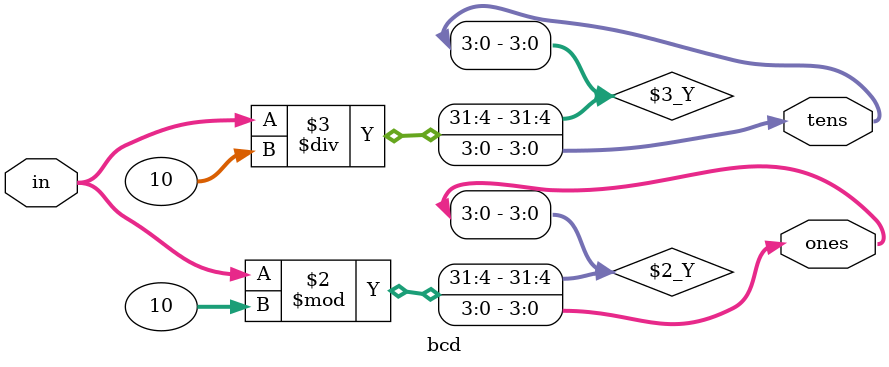
<source format=v>
module bcd(
    input [5:0] in,
    output reg [3:0] ones,
    output reg [3:0] tens
);

    always @(*) begin
        ones <= in % 10;
        tens <= in / 10; 
    end

endmodule
</source>
